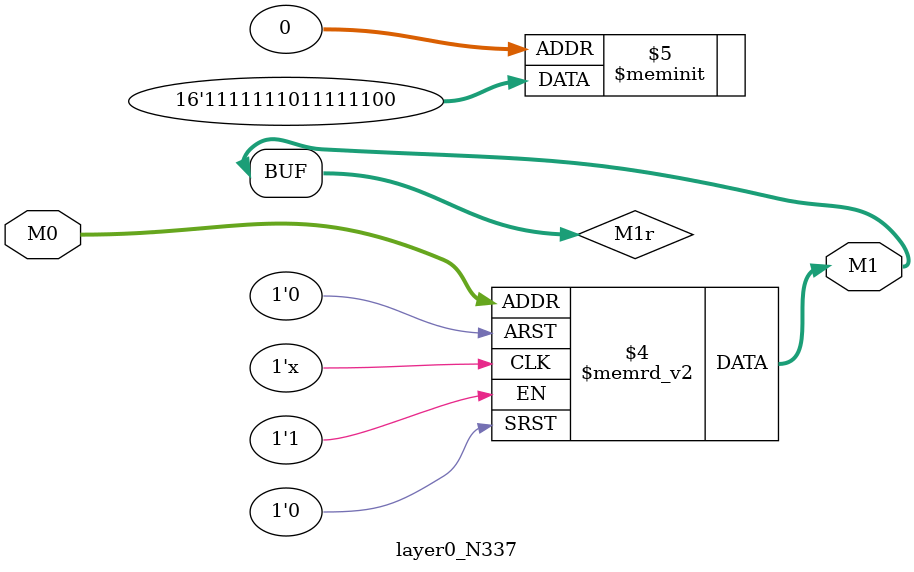
<source format=v>
module layer0_N337 ( input [2:0] M0, output [1:0] M1 );

	(*rom_style = "distributed" *) reg [1:0] M1r;
	assign M1 = M1r;
	always @ (M0) begin
		case (M0)
			3'b000: M1r = 2'b00;
			3'b100: M1r = 2'b10;
			3'b010: M1r = 2'b11;
			3'b110: M1r = 2'b11;
			3'b001: M1r = 2'b11;
			3'b101: M1r = 2'b11;
			3'b011: M1r = 2'b11;
			3'b111: M1r = 2'b11;

		endcase
	end
endmodule

</source>
